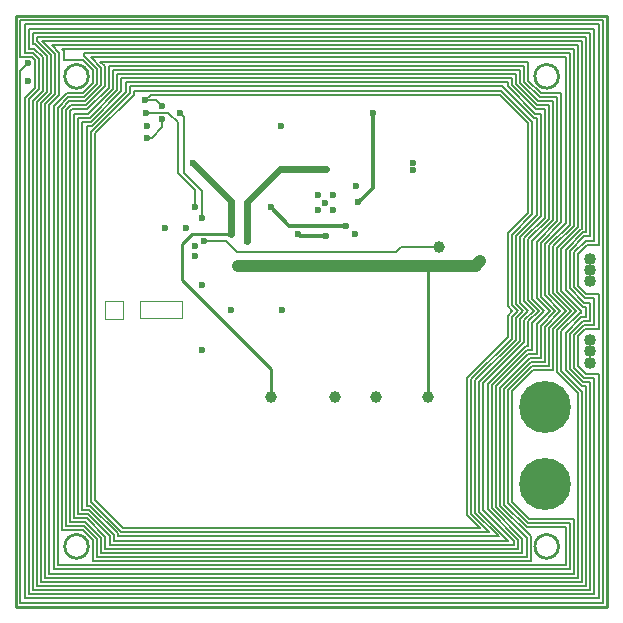
<source format=gbr>
%TF.GenerationSoftware,KiCad,Pcbnew,(5.0.1-3-g963ef8bb5)*%
%TF.CreationDate,2020-03-04T19:54:40-08:00*%
%TF.ProjectId,SolarCell+Y,536F6C617243656C6C2B592E6B696361,rev?*%
%TF.SameCoordinates,Original*%
%TF.FileFunction,Copper,L5,Inr,Signal*%
%TF.FilePolarity,Positive*%
%FSLAX46Y46*%
G04 Gerber Fmt 4.6, Leading zero omitted, Abs format (unit mm)*
G04 Created by KiCad (PCBNEW (5.0.1-3-g963ef8bb5)) date Wednesday, March 04, 2020 at 07:54:40 PM*
%MOMM*%
%LPD*%
G01*
G04 APERTURE LIST*
%ADD10C,0.050000*%
%ADD11C,0.250000*%
%ADD12C,1.000000*%
%ADD13C,1.016000*%
%ADD14C,4.400000*%
%ADD15C,0.600000*%
%ADD16C,0.800000*%
%ADD17C,0.190000*%
%ADD18C,0.609600*%
%ADD19C,0.248920*%
%ADD20C,0.240000*%
%ADD21C,1.000000*%
%ADD22C,0.160000*%
%ADD23C,0.152400*%
%ADD24C,0.127000*%
%ADD25C,0.299720*%
G04 APERTURE END LIST*
D10*
X160500000Y-65600000D02*
X160500000Y-64100000D01*
X164000000Y-65600000D02*
X160500000Y-65600000D01*
X164000000Y-64100000D02*
X164000000Y-65600000D01*
X160500000Y-64100000D02*
X164000000Y-64100000D01*
X159000000Y-64100000D02*
X157500000Y-64100000D01*
X159000000Y-65650000D02*
X159000000Y-64100000D01*
X157500000Y-65650000D02*
X159000000Y-65650000D01*
X157500000Y-64100000D02*
X157500000Y-65650000D01*
D11*
X200000000Y-40000000D02*
X150000000Y-40000000D01*
X150000000Y-90000000D02*
X200000000Y-90000000D01*
X150000000Y-40000000D02*
X150000000Y-90000000D01*
X195900000Y-45100000D02*
G75*
G03X195900000Y-45100000I-1000000J0D01*
G01*
X156100000Y-84900000D02*
G75*
G03X156100000Y-84900000I-1000000J0D01*
G01*
X156100000Y-45100000D02*
G75*
G03X156100000Y-45100000I-1000000J0D01*
G01*
X195900000Y-84900000D02*
G75*
G03X195900000Y-84900000I-1000000J0D01*
G01*
X200000000Y-90000000D02*
X200000000Y-40000000D01*
D12*
X185750200Y-59512200D03*
X184835800Y-72263000D03*
X176987200Y-72263000D03*
X171602400Y-72263000D03*
X180424666Y-72263000D03*
D13*
X198566000Y-69330000D03*
X198566000Y-60530000D03*
X198566000Y-68380000D03*
X198566000Y-67430000D03*
X198566000Y-61480000D03*
X198566000Y-62430000D03*
D14*
X194800000Y-73100000D03*
X194800000Y-79600000D03*
D15*
X183593740Y-52415440D03*
X183593740Y-53050440D03*
X160978844Y-48166883D03*
X165112690Y-56134000D03*
X178796228Y-54378747D03*
X176174400Y-55806340D03*
X175574980Y-55144184D03*
X176844980Y-55144184D03*
X175567340Y-56413400D03*
X176844980Y-56388784D03*
X164338000Y-57912000D03*
X162575240Y-57912000D03*
X172417740Y-49303940D03*
X168148000Y-64897000D03*
X172466000Y-64897000D03*
X178689000Y-58420000D03*
X165684200Y-62738000D03*
X165684200Y-68300600D03*
X168148000Y-58420000D03*
X164973000Y-52451000D03*
X168783000Y-61147520D03*
D16*
X189300000Y-60700000D03*
D15*
X163830000Y-48196500D03*
X165700000Y-57100000D03*
X165862000Y-59055000D03*
X165100000Y-59436026D03*
X165100000Y-60325000D03*
X151000000Y-45500000D03*
X161036000Y-50292000D03*
X151003000Y-44005500D03*
X162359712Y-47637690D03*
X161036000Y-49276000D03*
X160909000Y-47117000D03*
X162369500Y-48750000D03*
X169560240Y-59019440D03*
X176184580Y-52959784D03*
X177942240Y-57749440D03*
X171528750Y-56161940D03*
X173878240Y-58471590D03*
X176218027Y-58650475D03*
X180164740Y-48224440D03*
X178954084Y-55753784D03*
D17*
X163700000Y-49000000D02*
X162866883Y-48166883D01*
X163700000Y-53300000D02*
X163700000Y-49000000D01*
X162866883Y-48166883D02*
X160978844Y-48166883D01*
X165112690Y-56134000D02*
X165112690Y-54712690D01*
X165112690Y-54712690D02*
X163700000Y-53300000D01*
D18*
X164973006Y-52451006D02*
X164973000Y-52451000D01*
X168148000Y-58420000D02*
X168148000Y-55626000D01*
X168148000Y-55626000D02*
X164973006Y-52451006D01*
D19*
X164846000Y-58420000D02*
X168148000Y-58420000D01*
X164007800Y-59258200D02*
X164846000Y-58420000D01*
D20*
X171602400Y-69902400D02*
X171602400Y-72263000D01*
X164007800Y-59258200D02*
X164007800Y-62307800D01*
X164007800Y-62307800D02*
X171602400Y-69902400D01*
D19*
X184835800Y-61157240D02*
X184826080Y-61147520D01*
X184835800Y-72263000D02*
X184835800Y-61157240D01*
D21*
X169207264Y-61147520D02*
X169209744Y-61150000D01*
X168783000Y-61147520D02*
X169207264Y-61147520D01*
X169209744Y-61150000D02*
X188950000Y-61150000D01*
X188950000Y-61150000D02*
X188950000Y-61050000D01*
X188950000Y-61050000D02*
X189300000Y-60700000D01*
D22*
X165713339Y-57086661D02*
X165700000Y-57100000D01*
D23*
X165713339Y-56881065D02*
X165713339Y-56650000D01*
D17*
X163830000Y-48196500D02*
X164200000Y-48566500D01*
X164200000Y-48566500D02*
X164200000Y-53300000D01*
X165700000Y-54800000D02*
X165700000Y-57100000D01*
X164200000Y-53300000D02*
X165700000Y-54800000D01*
D23*
X168656000Y-59944000D02*
X182118000Y-59944000D01*
X165862000Y-59055000D02*
X167767000Y-59055000D01*
X167767000Y-59055000D02*
X168656000Y-59944000D01*
X182549800Y-59512200D02*
X185750200Y-59512200D01*
X182118000Y-59944000D02*
X182549800Y-59512200D01*
D24*
X162369500Y-48750000D02*
X162369500Y-48662193D01*
D17*
X161839022Y-47117000D02*
X162359712Y-47637690D01*
X160909000Y-47117000D02*
X161839022Y-47117000D01*
X162369500Y-49382764D02*
X162369500Y-49174264D01*
X162369500Y-49174264D02*
X162369500Y-48750000D01*
X161460264Y-50292000D02*
X162369500Y-49382764D01*
X161036000Y-50292000D02*
X161460264Y-50292000D01*
X150347010Y-89652990D02*
X150347010Y-44661490D01*
X199647010Y-89652990D02*
X150347010Y-89652990D01*
X150347010Y-40347010D02*
X199652990Y-40347010D01*
X150347010Y-43450000D02*
X150347010Y-40347010D01*
X198200000Y-70300000D02*
X199300000Y-70300000D01*
X197550000Y-67100000D02*
X197550000Y-69650000D01*
X199300000Y-66500000D02*
X198150000Y-66500000D01*
X199300000Y-63550000D02*
X199300000Y-66500000D01*
X198250000Y-63550000D02*
X199300000Y-63550000D01*
X198300000Y-59350000D02*
X197550000Y-60100000D01*
X199300000Y-59350000D02*
X198300000Y-59350000D01*
X151400000Y-43100000D02*
X150700000Y-43100000D01*
X198100000Y-70650000D02*
X198950000Y-70650000D01*
X197200000Y-69750000D02*
X198100000Y-70650000D01*
X198050000Y-66150000D02*
X197200000Y-67000000D01*
X198950000Y-66150000D02*
X198050000Y-66150000D01*
X198950000Y-63900000D02*
X198950000Y-66150000D01*
X198150000Y-63900000D02*
X198950000Y-63900000D01*
X198200000Y-59000000D02*
X197200000Y-60000000D01*
X151050000Y-42750000D02*
X151050000Y-41050000D01*
X151500000Y-42750000D02*
X151050000Y-42750000D01*
X152250000Y-46300000D02*
X152250000Y-43500000D01*
X198600000Y-71000000D02*
X198600000Y-88600000D01*
X196850000Y-66900000D02*
X196850000Y-69850000D01*
X197950000Y-65800000D02*
X196850000Y-66900000D01*
X198600000Y-65800000D02*
X197950000Y-65800000D01*
X198600000Y-64250000D02*
X198600000Y-65800000D01*
X198050000Y-64250000D02*
X198600000Y-64250000D01*
X198600000Y-58650000D02*
X198100000Y-58650000D01*
X198600000Y-41400000D02*
X198600000Y-58650000D01*
X151400000Y-41400000D02*
X198600000Y-41400000D01*
X151400000Y-42400000D02*
X151400000Y-41400000D01*
X198250000Y-71350000D02*
X198250000Y-88250000D01*
X197900000Y-71350000D02*
X198250000Y-71350000D01*
X197850000Y-65450000D02*
X196500000Y-66800000D01*
X196500000Y-63150000D02*
X197950000Y-64600000D01*
X196500000Y-59800000D02*
X196500000Y-63150000D01*
X198250000Y-41750000D02*
X198250000Y-58300000D01*
X151750000Y-41750000D02*
X198250000Y-41750000D01*
X152950000Y-43300000D02*
X151750000Y-42100000D01*
X152100000Y-47350000D02*
X152950000Y-46500000D01*
X152100000Y-87900000D02*
X152100000Y-47350000D01*
X197800000Y-71700000D02*
X197900000Y-71700000D01*
X152250000Y-43500000D02*
X151500000Y-42750000D01*
X197750000Y-65100000D02*
X196150000Y-66700000D01*
X197850000Y-65100000D02*
X197750000Y-65100000D01*
X198600000Y-88600000D02*
X151400000Y-88600000D01*
X151600000Y-42400000D02*
X151400000Y-42400000D01*
X196150000Y-63250000D02*
X197850000Y-64950000D01*
X196150000Y-59700000D02*
X196150000Y-63250000D01*
X197850000Y-58000000D02*
X196150000Y-59700000D01*
X197900000Y-42100000D02*
X197900000Y-58000000D01*
X197550000Y-87550000D02*
X152450000Y-87550000D01*
X153300000Y-43200000D02*
X152200000Y-42100000D01*
X195800000Y-66600000D02*
X195800000Y-70150000D01*
X195800000Y-59600000D02*
X195800000Y-63350000D01*
X197550000Y-57850000D02*
X195800000Y-59600000D01*
X197550000Y-42450000D02*
X197550000Y-57850000D01*
X153650000Y-46700000D02*
X153650000Y-43100000D01*
X151750000Y-47250000D02*
X152600000Y-46400000D01*
X152800000Y-47550000D02*
X153650000Y-46700000D01*
X151050000Y-88950000D02*
X151050000Y-47050000D01*
X152800000Y-87200000D02*
X152800000Y-47550000D01*
X195800000Y-63350000D02*
X197400000Y-64950000D01*
X192000000Y-81150000D02*
X193400000Y-82550000D01*
X192000000Y-71750000D02*
X192000000Y-81150000D01*
X196950000Y-65000000D02*
X195450000Y-66500000D01*
X196950000Y-64950000D02*
X196950000Y-65000000D01*
X197550000Y-62850000D02*
X198250000Y-63550000D01*
X197200000Y-57750000D02*
X195450000Y-59500000D01*
X153850000Y-42800000D02*
X197200000Y-42800000D01*
X154000000Y-42950000D02*
X153850000Y-42800000D01*
X154300000Y-46500000D02*
X155606158Y-46500000D01*
X153150000Y-86850000D02*
X153150000Y-47650000D01*
X197200000Y-67000000D02*
X197200000Y-69750000D01*
X196850000Y-86850000D02*
X153150000Y-86850000D01*
X196850000Y-82900000D02*
X196850000Y-86850000D01*
X193300000Y-82900000D02*
X196850000Y-82900000D01*
X195100000Y-69650000D02*
X193650000Y-69650000D01*
X197850000Y-64950000D02*
X197850000Y-65100000D01*
X195800000Y-70150000D02*
X197550000Y-71900000D01*
X195100000Y-66400000D02*
X195100000Y-69650000D01*
X150700000Y-89300000D02*
X150700000Y-46950000D01*
X196500000Y-65000000D02*
X195100000Y-66400000D01*
X196500000Y-64950000D02*
X196500000Y-65000000D01*
X195100000Y-63550000D02*
X196500000Y-64950000D01*
X195100000Y-59400000D02*
X195100000Y-63550000D01*
X196850000Y-57650000D02*
X195100000Y-59400000D01*
X196850000Y-43150000D02*
X196850000Y-57650000D01*
X155750000Y-43400000D02*
X155750000Y-43150000D01*
X151550000Y-46100000D02*
X151550000Y-43700000D01*
X151400000Y-47150000D02*
X152250000Y-46300000D01*
X156800000Y-44450000D02*
X155750000Y-43400000D01*
X156800000Y-45750000D02*
X156800000Y-44450000D01*
X154400000Y-46850000D02*
X155700000Y-46850000D01*
X153500000Y-47750000D02*
X154400000Y-46850000D01*
X196500000Y-86500000D02*
X153500000Y-86500000D01*
X196500000Y-83250000D02*
X196500000Y-86500000D01*
X191300000Y-81350000D02*
X193200000Y-83250000D01*
X197550000Y-69650000D02*
X198200000Y-70300000D01*
X191300000Y-71550000D02*
X191300000Y-81350000D01*
X193550000Y-69300000D02*
X191300000Y-71550000D01*
X194750000Y-69300000D02*
X193550000Y-69300000D01*
X194750000Y-66300000D02*
X194750000Y-69300000D01*
X150700000Y-40700000D02*
X199300000Y-40700000D01*
X196050000Y-65000000D02*
X194750000Y-66300000D01*
X196050000Y-64950000D02*
X196050000Y-65000000D01*
X198100000Y-58650000D02*
X196850000Y-59900000D01*
X191650000Y-71650000D02*
X191650000Y-81250000D01*
X194750000Y-63650000D02*
X196050000Y-64950000D01*
X196500000Y-43500000D02*
X196500000Y-57550000D01*
X156300000Y-43500000D02*
X196500000Y-43500000D01*
X151400000Y-88600000D02*
X151400000Y-47150000D01*
X195450000Y-66500000D02*
X195450000Y-70000000D01*
X157150000Y-44350000D02*
X156300000Y-43500000D01*
X188500000Y-82150000D02*
X190050000Y-83700000D01*
X155800000Y-47200000D02*
X157150000Y-45850000D01*
X153850000Y-47850000D02*
X154500000Y-47200000D01*
X194400000Y-66200000D02*
X194400000Y-68950000D01*
X156500000Y-84393841D02*
X155656159Y-83550000D01*
X193553493Y-84696507D02*
X193550000Y-84700000D01*
X193553493Y-84053493D02*
X193553493Y-84696507D01*
X156000000Y-47900000D02*
X157850000Y-46050000D01*
X190950000Y-81450000D02*
X193553493Y-84053493D01*
X153650000Y-43100000D02*
X153000000Y-42450000D01*
X194700000Y-64950000D02*
X193700000Y-65950000D01*
X193450000Y-68950000D02*
X190950000Y-71450000D01*
X195100000Y-47550000D02*
X195100000Y-57150000D01*
X195600000Y-65000000D02*
X194400000Y-66200000D01*
X192300000Y-64350000D02*
X192900000Y-64950000D01*
X194400000Y-63750000D02*
X195600000Y-64950000D01*
X197550000Y-60100000D02*
X197550000Y-62850000D01*
X151900000Y-43600000D02*
X151400000Y-43100000D01*
X194400000Y-59200000D02*
X194400000Y-63750000D01*
X155750000Y-43150000D02*
X196850000Y-43150000D01*
X155950000Y-81450000D02*
X155950000Y-49300000D01*
X189900000Y-81750000D02*
X192500000Y-84350000D01*
X193350000Y-45460659D02*
X194389341Y-46500000D01*
X157500000Y-44250000D02*
X157100000Y-43850000D01*
X157500000Y-45950000D02*
X157500000Y-44250000D01*
X155900000Y-47550000D02*
X157500000Y-45950000D01*
X196850000Y-59900000D02*
X196850000Y-63050000D01*
X196150000Y-46500000D02*
X196150000Y-57450000D01*
X158550000Y-44900000D02*
X192300000Y-44900000D01*
X154600000Y-47550000D02*
X155900000Y-47550000D01*
X188150000Y-82250000D02*
X189250000Y-83350000D01*
X154200000Y-47950000D02*
X154600000Y-47550000D01*
X153850000Y-83550000D02*
X153850000Y-47850000D01*
X160909000Y-47117000D02*
X161376000Y-46650000D01*
X156850000Y-84300000D02*
X155750000Y-83200000D01*
X196150000Y-57450000D02*
X194400000Y-59200000D01*
X193200000Y-85800000D02*
X156850000Y-85800000D01*
X190600000Y-81550000D02*
X193200000Y-84150000D01*
X194050000Y-66100000D02*
X194050000Y-68600000D01*
X158200000Y-44550000D02*
X192650000Y-44550000D01*
X190600000Y-71350000D02*
X190600000Y-81550000D01*
X195150000Y-64950000D02*
X195150000Y-65000000D01*
X193000000Y-44200000D02*
X193000000Y-45550000D01*
X155250000Y-48600000D02*
X156200000Y-48600000D01*
X194400000Y-68950000D02*
X193450000Y-68950000D01*
X193000000Y-45550000D02*
X194300000Y-46850000D01*
X157850000Y-44200000D02*
X193000000Y-44200000D01*
X195450000Y-57250000D02*
X193700000Y-59000000D01*
X154550000Y-82850000D02*
X154550000Y-48050000D01*
X195450000Y-59500000D02*
X195450000Y-63450000D01*
X194389341Y-46500000D02*
X196150000Y-46500000D01*
X152200000Y-42100000D02*
X197900000Y-42100000D01*
X195150000Y-65000000D02*
X194050000Y-66100000D01*
X197900000Y-87900000D02*
X152100000Y-87900000D01*
X155850000Y-82850000D02*
X154550000Y-82850000D01*
X157200000Y-85450000D02*
X157200000Y-84200000D01*
X192850000Y-84250000D02*
X192850000Y-85450000D01*
X194050000Y-63850000D02*
X195150000Y-64950000D01*
X190250000Y-71250000D02*
X190250000Y-81650000D01*
X199300000Y-40700000D02*
X199300000Y-59350000D01*
X156500000Y-86150000D02*
X156500000Y-84393841D01*
X152450000Y-47450000D02*
X153300000Y-46600000D01*
X193700000Y-68250000D02*
X193250000Y-68250000D01*
X155656159Y-43750000D02*
X154000000Y-43750000D01*
X195800000Y-46850000D02*
X195800000Y-57350000D01*
X193700000Y-59000000D02*
X193700000Y-63950000D01*
X194200000Y-47200000D02*
X195450000Y-47200000D01*
X158200000Y-46150000D02*
X158200000Y-44550000D01*
X153000000Y-42450000D02*
X197550000Y-42450000D01*
X156400000Y-49300000D02*
X159250000Y-46450000D01*
X156100000Y-48250000D02*
X158200000Y-46150000D01*
X193350000Y-65850000D02*
X193350000Y-67900000D01*
X154900000Y-48250000D02*
X156100000Y-48250000D01*
X156452077Y-45654081D02*
X156452077Y-44545918D01*
X193550000Y-86150000D02*
X156500000Y-86150000D01*
X193400000Y-82550000D02*
X197200000Y-82550000D01*
X157550000Y-84100000D02*
X155950000Y-82500000D01*
X157550000Y-85100000D02*
X157550000Y-84100000D01*
X158600000Y-84050000D02*
X158600000Y-83800000D01*
X192500000Y-85100000D02*
X157550000Y-85100000D01*
X192850000Y-85450000D02*
X157200000Y-85450000D01*
X192500000Y-84350000D02*
X192500000Y-85100000D01*
X189900000Y-71150000D02*
X189900000Y-81750000D01*
X193350000Y-67900000D02*
X193150000Y-67900000D01*
X190950000Y-71450000D02*
X190950000Y-81450000D01*
X151750000Y-42100000D02*
X151750000Y-41750000D01*
X194250000Y-64950000D02*
X193350000Y-65850000D01*
X193350000Y-64050000D02*
X194250000Y-64950000D01*
X193350000Y-58900000D02*
X193350000Y-64050000D01*
X153150000Y-47650000D02*
X154300000Y-46500000D01*
X188150000Y-70650000D02*
X188150000Y-82250000D01*
X193350000Y-68600000D02*
X190600000Y-71350000D01*
X192300000Y-45750000D02*
X194100000Y-47550000D01*
X198250000Y-58300000D02*
X198000000Y-58300000D01*
X197200000Y-87200000D02*
X152800000Y-87200000D01*
X158900000Y-83650000D02*
X156350000Y-81100000D01*
X158550000Y-46250000D02*
X158550000Y-44900000D01*
X195100000Y-57150000D02*
X193350000Y-58900000D01*
X150700000Y-46950000D02*
X151550000Y-46100000D01*
X198950000Y-70650000D02*
X198950000Y-88950000D01*
X193650000Y-69650000D02*
X191650000Y-71650000D01*
X158250000Y-84400000D02*
X158250000Y-83900000D01*
X156200000Y-48600000D02*
X158550000Y-46250000D01*
X153300000Y-46600000D02*
X153300000Y-43200000D01*
X156250000Y-81450000D02*
X155950000Y-81450000D01*
X159600000Y-45950000D02*
X191200000Y-45950000D01*
X199300000Y-70300000D02*
X199300000Y-89300000D01*
X197550000Y-71900000D02*
X197550000Y-87550000D01*
X155250000Y-82150000D02*
X155250000Y-48600000D01*
X153500000Y-86500000D02*
X153500000Y-47750000D01*
X189550000Y-81850000D02*
X192150000Y-84450000D01*
X191950000Y-65450000D02*
X191950000Y-67300000D01*
X189250000Y-83350000D02*
X159050000Y-83350000D01*
X195600000Y-64950000D02*
X195600000Y-65000000D01*
X189550000Y-71050000D02*
X189550000Y-81850000D01*
X193700000Y-65950000D02*
X193700000Y-68250000D01*
X191200000Y-45950000D02*
X191200000Y-46000000D01*
X192900000Y-64950000D02*
X192300000Y-65550000D01*
X193550000Y-84700000D02*
X193550000Y-86150000D01*
X196150000Y-66700000D02*
X196150000Y-70050000D01*
X192650000Y-45650000D02*
X194200000Y-47200000D01*
X190850000Y-84050000D02*
X158600000Y-84050000D01*
X193000000Y-67600000D02*
X189550000Y-71050000D01*
X154200000Y-83200000D02*
X154200000Y-47950000D01*
X151900000Y-46200000D02*
X151900000Y-43600000D01*
X197400000Y-64950000D02*
X197400000Y-65000000D01*
X156700000Y-81000000D02*
X156700000Y-49900000D01*
X193000000Y-65750000D02*
X193000000Y-67600000D01*
X193800000Y-64950000D02*
X193000000Y-65750000D01*
X190250000Y-81650000D02*
X192850000Y-84250000D01*
X198950000Y-88950000D02*
X151050000Y-88950000D01*
X198250000Y-88250000D02*
X151750000Y-88250000D01*
X196150000Y-70050000D02*
X197800000Y-71700000D01*
X193000000Y-58800000D02*
X193000000Y-64150000D01*
X192300000Y-44900000D02*
X192300000Y-45750000D01*
X158900000Y-46350000D02*
X158900000Y-45250000D01*
X151050000Y-47050000D02*
X151900000Y-46200000D01*
X156350000Y-81100000D02*
X156350000Y-49800000D01*
X158250000Y-83900000D02*
X156150000Y-81800000D01*
X154000000Y-43750000D02*
X154000000Y-42950000D01*
X191650000Y-84400000D02*
X158250000Y-84400000D01*
X196500000Y-69950000D02*
X197900000Y-71350000D01*
X189200000Y-70950000D02*
X189200000Y-81950000D01*
X195450000Y-70000000D02*
X193750000Y-70000000D01*
X192650000Y-65650000D02*
X192650000Y-67500000D01*
X192650000Y-67500000D02*
X189200000Y-70950000D01*
X193350000Y-64950000D02*
X192650000Y-65650000D01*
X194050000Y-48600000D02*
X194050000Y-56850000D01*
X194750000Y-47900000D02*
X194750000Y-57050000D01*
X194000000Y-47900000D02*
X194750000Y-47900000D01*
X156150000Y-81800000D02*
X155600000Y-81800000D01*
X155600000Y-81800000D02*
X155600000Y-48950000D01*
X194400000Y-56950000D02*
X192650000Y-58700000D01*
X193900000Y-48250000D02*
X194400000Y-48250000D01*
X155606158Y-46500000D02*
X156452077Y-45654081D01*
X157150000Y-45850000D02*
X157150000Y-44350000D01*
X194400000Y-48250000D02*
X194400000Y-56950000D01*
X191600000Y-45950000D02*
X193900000Y-48250000D01*
X191600000Y-45600000D02*
X191600000Y-45950000D01*
X155750000Y-83200000D02*
X154200000Y-83200000D01*
X193150000Y-67900000D02*
X189900000Y-71150000D01*
X159250000Y-45600000D02*
X191600000Y-45600000D01*
X199300000Y-89300000D02*
X150700000Y-89300000D01*
X152950000Y-46500000D02*
X152950000Y-43300000D01*
X156300000Y-48950000D02*
X158900000Y-46350000D01*
X158600000Y-83800000D02*
X156250000Y-81450000D01*
X159250000Y-46450000D02*
X159250000Y-45600000D01*
X155600000Y-48950000D02*
X156300000Y-48950000D01*
X155950000Y-49300000D02*
X156400000Y-49300000D01*
X194750000Y-59300000D02*
X194750000Y-63650000D01*
X157100000Y-43850000D02*
X193350000Y-43850000D01*
X156050000Y-82150000D02*
X155250000Y-82150000D01*
X196850000Y-69850000D02*
X198000000Y-71000000D01*
X197900000Y-71700000D02*
X197900000Y-87900000D01*
X192450000Y-64950000D02*
X191950000Y-65450000D01*
X191950000Y-45850000D02*
X194000000Y-47900000D01*
X197200000Y-60000000D02*
X197200000Y-62950000D01*
X157850000Y-46050000D02*
X157850000Y-44200000D01*
X191950000Y-45250000D02*
X191950000Y-45850000D01*
X188850000Y-82050000D02*
X190850000Y-84050000D01*
X193800000Y-48600000D02*
X194050000Y-48600000D01*
X194050000Y-59100000D02*
X194050000Y-63850000D01*
X189200000Y-81950000D02*
X191650000Y-84400000D01*
X188500000Y-70750000D02*
X188500000Y-82150000D01*
X191950000Y-67300000D02*
X188500000Y-70750000D01*
X152450000Y-87550000D02*
X152450000Y-47450000D01*
X192300000Y-65550000D02*
X192300000Y-67400000D01*
X191600000Y-67200000D02*
X188150000Y-70650000D01*
X161376000Y-46650000D02*
X190950000Y-46650000D01*
X157900000Y-84000000D02*
X156050000Y-82150000D01*
X196500000Y-66800000D02*
X196500000Y-69950000D01*
X196500000Y-57550000D02*
X194750000Y-59300000D01*
X194050000Y-68600000D02*
X193350000Y-68600000D01*
X193250000Y-68250000D02*
X190250000Y-71250000D01*
X198150000Y-66500000D02*
X197550000Y-67100000D01*
X192150000Y-84750000D02*
X157900000Y-84750000D01*
X194300000Y-46850000D02*
X195800000Y-46850000D01*
X150700000Y-43100000D02*
X150700000Y-40700000D01*
X155950000Y-82500000D02*
X154900000Y-82500000D01*
X192300000Y-58600000D02*
X192300000Y-64350000D01*
X191050000Y-46300000D02*
X193700000Y-48950000D01*
X191650000Y-81250000D02*
X193300000Y-82900000D01*
X191200000Y-46000000D02*
X193800000Y-48600000D01*
X198250000Y-65450000D02*
X197850000Y-65450000D01*
X192000000Y-64950000D02*
X191600000Y-65350000D01*
X198250000Y-64600000D02*
X198250000Y-65450000D01*
X194750000Y-57050000D02*
X193000000Y-58800000D01*
X154500000Y-47200000D02*
X155800000Y-47200000D01*
X193200000Y-84150000D02*
X193200000Y-85800000D01*
X198000000Y-71000000D02*
X198600000Y-71000000D01*
X192300000Y-67400000D02*
X188850000Y-70850000D01*
X195450000Y-47200000D02*
X195450000Y-57250000D01*
X193700000Y-56750000D02*
X191950000Y-58500000D01*
X197900000Y-58000000D02*
X197850000Y-58000000D01*
X197200000Y-42800000D02*
X197200000Y-57750000D01*
X193200000Y-83250000D02*
X196500000Y-83250000D01*
X159600000Y-46550000D02*
X159600000Y-45950000D01*
X191600000Y-64550000D02*
X192000000Y-64950000D01*
X156350000Y-49800000D02*
X159600000Y-46550000D01*
X197200000Y-62950000D02*
X198150000Y-63900000D01*
X158900000Y-83700000D02*
X158900000Y-83650000D01*
X151750000Y-88250000D02*
X151750000Y-47250000D01*
X154700000Y-47900000D02*
X156000000Y-47900000D01*
X193350000Y-56650000D02*
X191600000Y-58400000D01*
X154550000Y-48050000D02*
X154700000Y-47900000D01*
X156700000Y-49900000D02*
X159950000Y-46650000D01*
X194100000Y-47550000D02*
X195100000Y-47550000D01*
X198950000Y-41050000D02*
X198950000Y-59000000D01*
X191950000Y-58500000D02*
X191950000Y-64450000D01*
X197950000Y-64600000D02*
X198250000Y-64600000D01*
X193700000Y-48950000D02*
X193700000Y-56750000D01*
X199652990Y-40347010D02*
X199652990Y-89647010D01*
X192650000Y-58700000D02*
X192650000Y-64250000D01*
X193700000Y-63950000D02*
X194700000Y-64950000D01*
X191950000Y-64450000D02*
X192450000Y-64950000D01*
X151050000Y-41050000D02*
X198950000Y-41050000D01*
X192650000Y-64250000D02*
X193350000Y-64950000D01*
X159950000Y-46300000D02*
X191050000Y-46300000D01*
X150347010Y-44661490D02*
X151003000Y-44005500D01*
X199652990Y-89647010D02*
X199647010Y-89652990D01*
X157900000Y-84750000D02*
X157900000Y-84000000D01*
X193350000Y-43850000D02*
X193350000Y-45460659D01*
X159950000Y-46650000D02*
X159950000Y-46300000D01*
X155656159Y-83550000D02*
X153850000Y-83550000D01*
X151300000Y-43450000D02*
X150347010Y-43450000D01*
X192150000Y-84450000D02*
X192150000Y-84750000D01*
X195450000Y-63450000D02*
X196950000Y-64950000D01*
X155700000Y-46850000D02*
X156800000Y-45750000D01*
X190950000Y-46650000D02*
X193350000Y-49050000D01*
X152600000Y-46400000D02*
X152600000Y-43400000D01*
X157200000Y-84200000D02*
X155850000Y-82850000D01*
X158900000Y-45250000D02*
X191950000Y-45250000D01*
X154900000Y-82500000D02*
X154900000Y-48250000D01*
X194050000Y-56850000D02*
X192300000Y-58600000D01*
X159050000Y-83350000D02*
X156700000Y-81000000D01*
X191600000Y-58400000D02*
X191600000Y-64550000D01*
X195800000Y-57350000D02*
X194050000Y-59100000D01*
X156850000Y-85800000D02*
X156850000Y-84300000D01*
X193750000Y-70000000D02*
X192000000Y-71750000D01*
X192650000Y-44550000D02*
X192650000Y-45650000D01*
X152600000Y-43400000D02*
X151600000Y-42400000D01*
X197200000Y-82550000D02*
X197200000Y-87200000D01*
X191600000Y-65350000D02*
X191600000Y-67200000D01*
X151550000Y-43700000D02*
X151300000Y-43450000D01*
X188850000Y-70850000D02*
X188850000Y-82050000D01*
X196850000Y-63050000D02*
X198050000Y-64250000D01*
X193000000Y-64150000D02*
X193800000Y-64950000D01*
X197400000Y-65000000D02*
X195800000Y-66600000D01*
X190050000Y-83700000D02*
X158900000Y-83700000D01*
X198950000Y-59000000D02*
X198200000Y-59000000D01*
X198000000Y-58300000D02*
X196500000Y-59800000D01*
X156452077Y-44545918D02*
X155656159Y-43750000D01*
X193350000Y-49050000D02*
X193350000Y-56650000D01*
D18*
X172338216Y-52959784D02*
X176184580Y-52959784D01*
X169545000Y-55753000D02*
X172338216Y-52959784D01*
X169545000Y-58591109D02*
X169545000Y-55753000D01*
X169560240Y-59019440D02*
X169560240Y-58606349D01*
X169560240Y-58606349D02*
X169545000Y-58591109D01*
D25*
X173116250Y-57749440D02*
X177942240Y-57749440D01*
X171528750Y-56161940D02*
X173116250Y-57749440D01*
X174048663Y-58642013D02*
X176222019Y-58642013D01*
X173878240Y-58471590D02*
X174048663Y-58642013D01*
X179246183Y-55461685D02*
X179246183Y-55449817D01*
X178954084Y-55753784D02*
X179246183Y-55461685D01*
X180164740Y-54531260D02*
X180164740Y-48224440D01*
X179246183Y-55449817D02*
X180164740Y-54531260D01*
M02*

</source>
